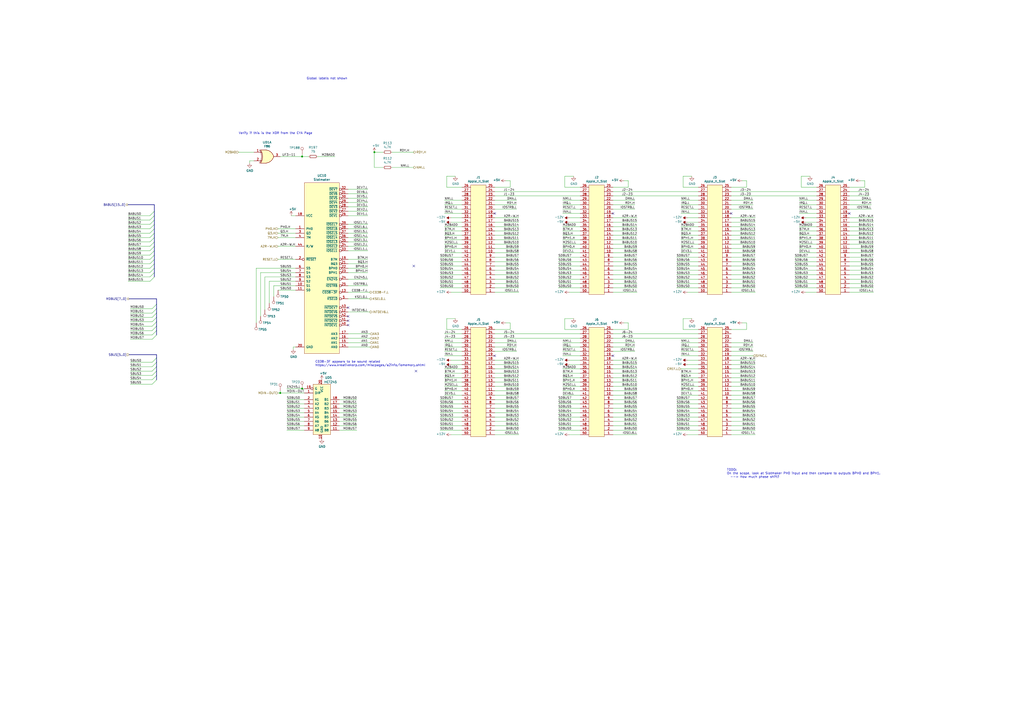
<source format=kicad_sch>
(kicad_sch (version 20211123) (generator eeschema)
  (paper "A2")
  (title_block (title "Slot and Slotmaker") (rev "2") (company "bald.ee/bitpreserve") (comment 1 "ROM3 / 1 Mb IIgs") (comment 2 "Redrawn by james@baldengineer"))
  (junction (at 162.56 227.965))
  (junction (at 217.17 88.265))
  (junction (at 175.26 225.425))
  (junction (at 175.26 90.805))
  (no_connect (at 492.76 123.825))
  (no_connect (at 201.93 186.055))
  (no_connect (at 355.6 123.825))
  (no_connect (at 287.02 123.825))
  (no_connect (at 201.93 178.435))
  (no_connect (at 355.6 206.375))
  (no_connect (at 241.3 215.265))
  (no_connect (at 201.93 183.515))
  (no_connect (at 240.03 154.305))
  (no_connect (at 201.93 188.595))
  (no_connect (at 287.02 206.375))
  (no_connect (at 424.18 123.825))
  (bus_entry (at 90.805 210.185) (size -2.54 2.54))
  (bus_entry (at 89.535 158.115) (size -2.54 2.54))
  (bus_entry (at 89.535 150.495) (size -2.54 2.54))
  (bus_entry (at 90.805 215.265) (size -2.54 2.54))
  (bus_entry (at 89.535 130.175) (size -2.54 2.54))
  (bus_entry (at 89.535 142.875) (size -2.54 2.54))
  (bus_entry (at 90.805 217.805) (size -2.54 2.54))
  (bus_entry (at 89.535 127.635) (size -2.54 2.54))
  (bus_entry (at 90.805 220.345) (size -2.54 2.54))
  (bus_entry (at 88.265 191.77) (size 2.54 -2.54))
  (bus_entry (at 88.265 179.07) (size 2.54 -2.54))
  (bus_entry (at 89.535 145.415) (size -2.54 2.54))
  (bus_entry (at 88.265 194.31) (size 2.54 -2.54))
  (bus_entry (at 88.265 181.61) (size 2.54 -2.54))
  (bus_entry (at 89.535 155.575) (size -2.54 2.54))
  (bus_entry (at 90.805 212.725) (size -2.54 2.54))
  (bus_entry (at 88.265 184.15) (size 2.54 -2.54))
  (bus_entry (at 89.535 135.255) (size -2.54 2.54))
  (bus_entry (at 89.535 160.655) (size -2.54 2.54))
  (bus_entry (at 89.535 137.795) (size -2.54 2.54))
  (bus_entry (at 89.535 132.715) (size -2.54 2.54))
  (bus_entry (at 89.535 153.035) (size -2.54 2.54))
  (bus_entry (at 89.535 122.555) (size -2.54 2.54))
  (bus_entry (at 88.265 196.85) (size 2.54 -2.54))
  (bus_entry (at 90.805 207.645) (size -2.54 2.54))
  (bus_entry (at 89.535 147.955) (size -2.54 2.54))
  (bus_entry (at 88.265 186.69) (size 2.54 -2.54))
  (bus_entry (at 89.535 125.095) (size -2.54 2.54))
  (bus_entry (at 89.535 140.335) (size -2.54 2.54))
  (bus_entry (at 88.265 189.23) (size 2.54 -2.54))
  (wire (pts (xy 369.57 133.985) (xy 355.6 133.985)))
  (wire (pts (xy 171.45 201.295) (xy 170.18 201.295)))
  (wire (pts (xy 201.93 140.335) (xy 213.36 140.335)))
  (wire (pts (xy 227.33 97.155) (xy 240.03 97.155)))
  (wire (pts (xy 261.62 169.545) (xy 267.97 169.545)))
  (wire (pts (xy 201.93 130.175) (xy 213.36 130.175)))
  (wire (pts (xy 394.97 121.285) (xy 405.13 121.285)))
  (wire (pts (xy 161.29 168.275) (xy 171.45 168.275)))
  (wire (pts (xy 392.43 231.775) (xy 405.13 231.775)))
  (wire (pts (xy 424.18 167.005) (xy 438.15 167.005)))
  (wire (pts (xy 323.85 149.225) (xy 336.55 149.225)))
  (wire (pts (xy 355.6 249.555) (xy 369.57 249.555)))
  (wire (pts (xy 396.24 108.585) (xy 396.24 102.235)))
  (wire (pts (xy 86.995 127.635) (xy 74.295 127.635)))
  (wire (pts (xy 392.43 149.225) (xy 405.13 149.225)))
  (wire (pts (xy 259.08 191.135) (xy 259.08 184.785)))
  (wire (pts (xy 201.93 180.975) (xy 214.63 180.975)))
  (wire (pts (xy 506.73 164.465) (xy 492.76 164.465)))
  (wire (pts (xy 287.02 118.745) (xy 299.72 118.745)))
  (wire (pts (xy 287.02 141.605) (xy 300.99 141.605)))
  (wire (pts (xy 201.93 114.935) (xy 213.36 114.935)))
  (wire (pts (xy 394.97 219.075) (xy 405.13 219.075)))
  (wire (pts (xy 300.99 216.535) (xy 287.02 216.535)))
  (wire (pts (xy 394.97 144.145) (xy 405.13 144.145)))
  (wire (pts (xy 392.43 156.845) (xy 405.13 156.845)))
  (wire (pts (xy 327.66 108.585) (xy 327.66 102.235)))
  (wire (pts (xy 336.55 211.455) (xy 330.2 211.455)))
  (wire (pts (xy 88.265 194.31) (xy 75.565 194.31)))
  (wire (pts (xy 355.6 234.315) (xy 369.57 234.315)))
  (wire (pts (xy 257.81 121.285) (xy 267.97 121.285)))
  (wire (pts (xy 326.39 121.285) (xy 336.55 121.285)))
  (wire (pts (xy 184.15 90.805) (xy 194.31 90.805)))
  (wire (pts (xy 201.93 145.415) (xy 213.36 145.415)))
  (wire (pts (xy 156.21 163.195) (xy 156.21 175.895)))
  (wire (pts (xy 267.97 128.905) (xy 261.62 128.905)))
  (wire (pts (xy 424.18 201.295) (xy 436.88 201.295)))
  (wire (pts (xy 88.265 179.07) (xy 75.565 179.07)))
  (wire (pts (xy 267.97 211.455) (xy 261.62 211.455)))
  (wire (pts (xy 300.99 236.855) (xy 287.02 236.855)))
  (wire (pts (xy 74.295 160.655) (xy 86.995 160.655)))
  (wire (pts (xy 161.29 137.795) (xy 171.45 137.795)))
  (wire (pts (xy 394.97 139.065) (xy 405.13 139.065)))
  (wire (pts (xy 394.97 146.685) (xy 405.13 146.685)))
  (wire (pts (xy 287.02 193.675) (xy 336.55 193.675)))
  (wire (pts (xy 326.39 226.695) (xy 336.55 226.695)))
  (wire (pts (xy 323.85 239.395) (xy 336.55 239.395)))
  (wire (pts (xy 396.24 102.235) (xy 401.32 102.235)))
  (wire (pts (xy 196.85 247.015) (xy 207.01 247.015)))
  (wire (pts (xy 326.39 139.065) (xy 336.55 139.065)))
  (wire (pts (xy 424.18 219.075) (xy 438.15 219.075)))
  (wire (pts (xy 201.93 142.875) (xy 213.36 142.875)))
  (wire (pts (xy 257.81 123.825) (xy 267.97 123.825)))
  (wire (pts (xy 171.45 125.095) (xy 168.91 125.095)))
  (wire (pts (xy 355.6 201.295) (xy 368.3 201.295)))
  (wire (pts (xy 369.57 139.065) (xy 355.6 139.065)))
  (bus (pts (xy 90.805 176.53) (xy 90.805 179.07)))
  (wire (pts (xy 259.08 184.785) (xy 264.16 184.785)))
  (wire (pts (xy 267.97 126.365) (xy 261.62 126.365)))
  (wire (pts (xy 433.07 187.325) (xy 430.53 187.325)))
  (wire (pts (xy 464.82 108.585) (xy 464.82 102.235)))
  (wire (pts (xy 355.6 116.205) (xy 368.3 116.205)))
  (wire (pts (xy 201.93 169.545) (xy 214.63 169.545)))
  (wire (pts (xy 424.18 229.235) (xy 438.15 229.235)))
  (wire (pts (xy 300.99 221.615) (xy 287.02 221.615)))
  (wire (pts (xy 424.18 151.765) (xy 438.15 151.765)))
  (wire (pts (xy 217.17 88.265) (xy 222.25 88.265)))
  (wire (pts (xy 287.02 213.995) (xy 300.99 213.995)))
  (wire (pts (xy 201.93 161.925) (xy 213.36 161.925)))
  (wire (pts (xy 463.55 131.445) (xy 473.71 131.445)))
  (wire (pts (xy 88.265 186.69) (xy 75.565 186.69)))
  (wire (pts (xy 326.39 203.835) (xy 336.55 203.835)))
  (wire (pts (xy 201.93 193.675) (xy 214.63 193.675)))
  (wire (pts (xy 323.85 236.855) (xy 336.55 236.855)))
  (wire (pts (xy 392.43 247.015) (xy 405.13 247.015)))
  (wire (pts (xy 326.39 123.825) (xy 336.55 123.825)))
  (wire (pts (xy 326.39 198.755) (xy 336.55 198.755)))
  (wire (pts (xy 255.27 159.385) (xy 267.97 159.385)))
  (wire (pts (xy 257.81 146.685) (xy 267.97 146.685)))
  (wire (pts (xy 176.53 225.425) (xy 175.26 225.425)))
  (wire (pts (xy 438.15 211.455) (xy 424.18 211.455)))
  (wire (pts (xy 196.85 231.775) (xy 207.01 231.775)))
  (wire (pts (xy 287.02 252.095) (xy 300.99 252.095)))
  (wire (pts (xy 261.62 252.095) (xy 267.97 252.095)))
  (wire (pts (xy 392.43 249.555) (xy 405.13 249.555)))
  (wire (pts (xy 369.57 154.305) (xy 355.6 154.305)))
  (wire (pts (xy 369.57 226.695) (xy 355.6 226.695)))
  (wire (pts (xy 287.02 151.765) (xy 300.99 151.765)))
  (wire (pts (xy 355.6 136.525) (xy 369.57 136.525)))
  (wire (pts (xy 396.24 108.585) (xy 405.13 108.585)))
  (wire (pts (xy 394.97 229.235) (xy 405.13 229.235)))
  (wire (pts (xy 355.6 208.915) (xy 369.57 208.915)))
  (wire (pts (xy 463.55 116.205) (xy 473.71 116.205)))
  (wire (pts (xy 492.76 131.445) (xy 506.73 131.445)))
  (wire (pts (xy 369.57 149.225) (xy 355.6 149.225)))
  (wire (pts (xy 501.65 108.585) (xy 501.65 104.775)))
  (wire (pts (xy 257.81 226.695) (xy 267.97 226.695)))
  (wire (pts (xy 287.02 219.075) (xy 300.99 219.075)))
  (wire (pts (xy 175.26 90.805) (xy 179.07 90.805)))
  (wire (pts (xy 394.97 226.695) (xy 405.13 226.695)))
  (wire (pts (xy 355.6 191.135) (xy 364.49 191.135)))
  (wire (pts (xy 355.6 193.675) (xy 405.13 193.675)))
  (wire (pts (xy 355.6 219.075) (xy 369.57 219.075)))
  (wire (pts (xy 438.15 231.775) (xy 424.18 231.775)))
  (wire (pts (xy 461.01 149.225) (xy 473.71 149.225)))
  (wire (pts (xy 287.02 249.555) (xy 300.99 249.555)))
  (wire (pts (xy 394.97 216.535) (xy 405.13 216.535)))
  (wire (pts (xy 394.97 224.155) (xy 405.13 224.155)))
  (wire (pts (xy 392.43 167.005) (xy 405.13 167.005)))
  (wire (pts (xy 438.15 216.535) (xy 424.18 216.535)))
  (wire (pts (xy 287.02 111.125) (xy 336.55 111.125)))
  (wire (pts (xy 424.18 141.605) (xy 438.15 141.605)))
  (wire (pts (xy 86.995 145.415) (xy 74.295 145.415)))
  (wire (pts (xy 355.6 203.835) (xy 368.3 203.835)))
  (wire (pts (xy 424.18 121.285) (xy 436.88 121.285)))
  (wire (pts (xy 176.53 234.315) (xy 166.37 234.315)))
  (wire (pts (xy 396.24 184.785) (xy 401.32 184.785)))
  (wire (pts (xy 300.99 149.225) (xy 287.02 149.225)))
  (wire (pts (xy 255.27 239.395) (xy 267.97 239.395)))
  (wire (pts (xy 201.93 112.395) (xy 213.36 112.395)))
  (wire (pts (xy 259.08 108.585) (xy 267.97 108.585)))
  (wire (pts (xy 257.81 206.375) (xy 267.97 206.375)))
  (wire (pts (xy 153.67 160.655) (xy 153.67 179.705)))
  (wire (pts (xy 424.18 224.155) (xy 438.15 224.155)))
  (wire (pts (xy 255.27 151.765) (xy 267.97 151.765)))
  (wire (pts (xy 257.81 198.755) (xy 267.97 198.755)))
  (wire (pts (xy 287.02 229.235) (xy 300.99 229.235)))
  (wire (pts (xy 506.73 144.145) (xy 492.76 144.145)))
  (wire (pts (xy 176.53 231.775) (xy 166.37 231.775)))
  (wire (pts (xy 424.18 146.685) (xy 438.15 146.685)))
  (wire (pts (xy 287.02 224.155) (xy 300.99 224.155)))
  (wire (pts (xy 438.15 149.225) (xy 424.18 149.225)))
  (wire (pts (xy 201.93 150.495) (xy 213.36 150.495)))
  (wire (pts (xy 355.6 213.995) (xy 369.57 213.995)))
  (wire (pts (xy 355.6 156.845) (xy 369.57 156.845)))
  (wire (pts (xy 506.73 133.985) (xy 492.76 133.985)))
  (wire (pts (xy 326.39 216.535) (xy 336.55 216.535)))
  (wire (pts (xy 492.76 167.005) (xy 506.73 167.005)))
  (wire (pts (xy 196.85 244.475) (xy 207.01 244.475)))
  (wire (pts (xy 424.18 252.095) (xy 438.15 252.095)))
  (bus (pts (xy 90.805 189.23) (xy 90.805 191.77)))
  (wire (pts (xy 461.01 167.005) (xy 473.71 167.005)))
  (wire (pts (xy 201.93 135.255) (xy 213.36 135.255)))
  (bus (pts (xy 90.805 173.355) (xy 90.805 176.53)))
  (wire (pts (xy 438.15 144.145) (xy 424.18 144.145)))
  (bus (pts (xy 90.805 179.07) (xy 90.805 181.61)))
  (wire (pts (xy 257.81 229.235) (xy 267.97 229.235)))
  (wire (pts (xy 74.295 142.875) (xy 86.995 142.875)))
  (wire (pts (xy 464.82 102.235) (xy 469.9 102.235)))
  (bus (pts (xy 89.535 145.415) (xy 89.535 142.875)))
  (wire (pts (xy 86.995 132.715) (xy 74.295 132.715)))
  (wire (pts (xy 88.265 196.85) (xy 75.565 196.85)))
  (wire (pts (xy 295.91 187.325) (xy 293.37 187.325)))
  (wire (pts (xy 424.18 198.755) (xy 436.88 198.755)))
  (wire (pts (xy 336.55 126.365) (xy 330.2 126.365)))
  (wire (pts (xy 424.18 208.915) (xy 438.15 208.915)))
  (wire (pts (xy 201.93 155.575) (xy 213.36 155.575)))
  (wire (pts (xy 463.55 141.605) (xy 473.71 141.605)))
  (wire (pts (xy 492.76 126.365) (xy 506.73 126.365)))
  (wire (pts (xy 257.81 118.745) (xy 267.97 118.745)))
  (wire (pts (xy 295.91 191.135) (xy 295.91 187.325)))
  (wire (pts (xy 323.85 156.845) (xy 336.55 156.845)))
  (wire (pts (xy 326.39 221.615) (xy 336.55 221.615)))
  (bus (pts (xy 90.805 173.355) (xy 74.93 173.355)))
  (wire (pts (xy 162.56 227.965) (xy 176.53 227.965)))
  (wire (pts (xy 287.02 208.915) (xy 300.99 208.915)))
  (wire (pts (xy 147.32 93.345) (xy 144.78 93.345)))
  (wire (pts (xy 405.13 208.915) (xy 398.78 208.915)))
  (wire (pts (xy 369.57 128.905) (xy 355.6 128.905)))
  (bus (pts (xy 89.535 122.555) (xy 89.535 118.745)))
  (wire (pts (xy 144.78 93.345) (xy 144.78 94.615)))
  (wire (pts (xy 257.81 193.675) (xy 267.97 193.675)))
  (wire (pts (xy 394.97 206.375) (xy 405.13 206.375)))
  (wire (pts (xy 369.57 236.855) (xy 355.6 236.855)))
  (wire (pts (xy 201.93 173.355) (xy 214.63 173.355)))
  (wire (pts (xy 156.21 163.195) (xy 171.45 163.195)))
  (wire (pts (xy 394.97 131.445) (xy 405.13 131.445)))
  (wire (pts (xy 255.27 249.555) (xy 267.97 249.555)))
  (wire (pts (xy 327.66 108.585) (xy 336.55 108.585)))
  (wire (pts (xy 492.76 156.845) (xy 506.73 156.845)))
  (wire (pts (xy 259.08 191.135) (xy 267.97 191.135)))
  (wire (pts (xy 287.02 116.205) (xy 299.72 116.205)))
  (wire (pts (xy 394.97 201.295) (xy 405.13 201.295)))
  (wire (pts (xy 506.73 139.065) (xy 492.76 139.065)))
  (wire (pts (xy 396.24 191.135) (xy 405.13 191.135)))
  (wire (pts (xy 86.995 153.035) (xy 74.295 153.035)))
  (wire (pts (xy 86.995 125.095) (xy 74.295 125.095)))
  (wire (pts (xy 438.15 164.465) (xy 424.18 164.465)))
  (wire (pts (xy 336.55 208.915) (xy 330.2 208.915)))
  (wire (pts (xy 394.97 133.985) (xy 405.13 133.985)))
  (bus (pts (xy 90.805 181.61) (xy 90.805 184.15)))
  (bus (pts (xy 90.805 215.265) (xy 90.805 212.725)))
  (wire (pts (xy 461.01 151.765) (xy 473.71 151.765)))
  (wire (pts (xy 398.78 252.095) (xy 405.13 252.095)))
  (wire (pts (xy 355.6 118.745) (xy 368.3 118.745)))
  (wire (pts (xy 438.15 154.305) (xy 424.18 154.305)))
  (wire (pts (xy 300.99 128.905) (xy 287.02 128.905)))
  (wire (pts (xy 267.97 208.915) (xy 261.62 208.915)))
  (wire (pts (xy 327.66 191.135) (xy 336.55 191.135)))
  (wire (pts (xy 461.01 164.465) (xy 473.71 164.465)))
  (wire (pts (xy 355.6 146.685) (xy 369.57 146.685)))
  (wire (pts (xy 369.57 216.535) (xy 355.6 216.535)))
  (wire (pts (xy 492.76 118.745) (xy 505.46 118.745)))
  (wire (pts (xy 175.26 225.425) (xy 166.37 225.425)))
  (wire (pts (xy 86.995 158.115) (xy 74.295 158.115)))
  (wire (pts (xy 492.76 136.525) (xy 506.73 136.525)))
  (wire (pts (xy 424.18 136.525) (xy 438.15 136.525)))
  (wire (pts (xy 424.18 244.475) (xy 438.15 244.475)))
  (wire (pts (xy 323.85 231.775) (xy 336.55 231.775)))
  (wire (pts (xy 492.76 169.545) (xy 506.73 169.545)))
  (wire (pts (xy 259.08 102.235) (xy 264.16 102.235)))
  (wire (pts (xy 86.995 137.795) (xy 74.295 137.795)))
  (wire (pts (xy 501.65 104.775) (xy 499.11 104.775)))
  (wire (pts (xy 300.99 226.695) (xy 287.02 226.695)))
  (wire (pts (xy 355.6 113.665) (xy 405.13 113.665)))
  (wire (pts (xy 424.18 234.315) (xy 438.15 234.315)))
  (wire (pts (xy 287.02 244.475) (xy 300.99 244.475)))
  (wire (pts (xy 438.15 159.385) (xy 424.18 159.385)))
  (bus (pts (xy 89.535 150.495) (xy 89.535 147.955)))
  (wire (pts (xy 287.02 146.685) (xy 300.99 146.685)))
  (wire (pts (xy 330.2 169.545) (xy 336.55 169.545)))
  (wire (pts (xy 201.93 196.215) (xy 214.63 196.215)))
  (wire (pts (xy 257.81 224.155) (xy 267.97 224.155)))
  (wire (pts (xy 201.93 137.795) (xy 213.36 137.795)))
  (wire (pts (xy 257.81 144.145) (xy 267.97 144.145)))
  (wire (pts (xy 327.66 184.785) (xy 332.74 184.785)))
  (wire (pts (xy 255.27 156.845) (xy 267.97 156.845)))
  (wire (pts (xy 201.93 158.115) (xy 213.36 158.115)))
  (wire (pts (xy 369.57 241.935) (xy 355.6 241.935)))
  (wire (pts (xy 492.76 116.205) (xy 505.46 116.205)))
  (bus (pts (xy 89.535 153.035) (xy 89.535 150.495)))
  (wire (pts (xy 464.82 108.585) (xy 473.71 108.585)))
  (wire (pts (xy 255.27 236.855) (xy 267.97 236.855)))
  (wire (pts (xy 326.39 116.205) (xy 336.55 116.205)))
  (wire (pts (xy 153.67 160.655) (xy 171.45 160.655)))
  (wire (pts (xy 74.295 155.575) (xy 86.995 155.575)))
  (wire (pts (xy 176.53 244.475) (xy 166.37 244.475)))
  (wire (pts (xy 392.43 236.855) (xy 405.13 236.855)))
  (wire (pts (xy 176.53 249.555) (xy 166.37 249.555)))
  (wire (pts (xy 227.33 88.265) (xy 240.03 88.265)))
  (wire (pts (xy 287.02 126.365) (xy 300.99 126.365)))
  (wire (pts (xy 405.13 211.455) (xy 398.78 211.455)))
  (wire (pts (xy 392.43 244.475) (xy 405.13 244.475)))
  (wire (pts (xy 326.39 224.155) (xy 336.55 224.155)))
  (wire (pts (xy 300.99 159.385) (xy 287.02 159.385)))
  (bus (pts (xy 89.535 125.095) (xy 89.535 122.555)))
  (wire (pts (xy 300.99 133.985) (xy 287.02 133.985)))
  (wire (pts (xy 355.6 121.285) (xy 368.3 121.285)))
  (bus (pts (xy 89.535 118.745) (xy 74.295 118.745)))
  (wire (pts (xy 323.85 241.935) (xy 336.55 241.935)))
  (wire (pts (xy 461.01 154.305) (xy 473.71 154.305)))
  (wire (pts (xy 88.265 220.345) (xy 75.565 220.345)))
  (bus (pts (xy 89.535 158.115) (xy 89.535 155.575)))
  (wire (pts (xy 201.93 117.475) (xy 213.36 117.475)))
  (wire (pts (xy 88.265 212.725) (xy 75.565 212.725)))
  (wire (pts (xy 88.265 210.185) (xy 75.565 210.185)))
  (wire (pts (xy 463.55 133.985) (xy 473.71 133.985)))
  (wire (pts (xy 161.29 227.965) (xy 162.56 227.965)))
  (wire (pts (xy 355.6 151.765) (xy 369.57 151.765)))
  (wire (pts (xy 506.73 154.305) (xy 492.76 154.305)))
  (wire (pts (xy 327.66 102.235) (xy 332.74 102.235)))
  (wire (pts (xy 506.73 149.225) (xy 492.76 149.225)))
  (wire (pts (xy 287.02 108.585) (xy 295.91 108.585)))
  (wire (pts (xy 257.81 133.985) (xy 267.97 133.985)))
  (wire (pts (xy 438.15 241.935) (xy 424.18 241.935)))
  (wire (pts (xy 424.18 203.835) (xy 436.88 203.835)))
  (wire (pts (xy 424.18 213.995) (xy 438.15 213.995)))
  (wire (pts (xy 201.93 109.855) (xy 213.36 109.855)))
  (wire (pts (xy 438.15 236.855) (xy 424.18 236.855)))
  (wire (pts (xy 369.57 221.615) (xy 355.6 221.615)))
  (wire (pts (xy 148.59 155.575) (xy 171.45 155.575)))
  (wire (pts (xy 424.18 206.375) (xy 436.88 206.375)))
  (wire (pts (xy 196.85 236.855) (xy 207.01 236.855)))
  (wire (pts (xy 255.27 164.465) (xy 267.97 164.465)))
  (wire (pts (xy 201.93 122.555) (xy 213.36 122.555)))
  (wire (pts (xy 438.15 133.985) (xy 424.18 133.985)))
  (wire (pts (xy 369.57 211.455) (xy 355.6 211.455)))
  (wire (pts (xy 287.02 121.285) (xy 299.72 121.285)))
  (wire (pts (xy 74.295 163.195) (xy 86.995 163.195)))
  (wire (pts (xy 86.995 150.495) (xy 74.295 150.495)))
  (wire (pts (xy 355.6 239.395) (xy 369.57 239.395)))
  (wire (pts (xy 287.02 234.315) (xy 300.99 234.315)))
  (wire (pts (xy 405.13 128.905) (xy 398.78 128.905)))
  (wire (pts (xy 492.76 151.765) (xy 506.73 151.765)))
  (wire (pts (xy 392.43 164.465) (xy 405.13 164.465)))
  (wire (pts (xy 424.18 239.395) (xy 438.15 239.395)))
  (wire (pts (xy 355.6 131.445) (xy 369.57 131.445)))
  (wire (pts (xy 326.39 213.995) (xy 336.55 213.995)))
  (wire (pts (xy 176.53 239.395) (xy 166.37 239.395)))
  (wire (pts (xy 392.43 154.305) (xy 405.13 154.305)))
  (wire (pts (xy 201.93 201.295) (xy 214.63 201.295)))
  (wire (pts (xy 88.265 184.15) (xy 75.565 184.15)))
  (wire (pts (xy 473.71 128.905) (xy 467.36 128.905)))
  (wire (pts (xy 433.07 108.585) (xy 433.07 104.775)))
  (wire (pts (xy 355.6 167.005) (xy 369.57 167.005)))
  (wire (pts (xy 88.265 215.265) (xy 75.565 215.265)))
  (wire (pts (xy 463.55 136.525) (xy 473.71 136.525)))
  (wire (pts (xy 326.39 219.075) (xy 336.55 219.075)))
  (wire (pts (xy 255.27 234.315) (xy 267.97 234.315)))
  (wire (pts (xy 394.97 198.755) (xy 405.13 198.755)))
  (wire (pts (xy 473.71 126.365) (xy 467.36 126.365)))
  (wire (pts (xy 158.75 165.735) (xy 158.75 172.085)))
  (wire (pts (xy 147.32 88.265) (xy 138.43 88.265)))
  (wire (pts (xy 355.6 161.925) (xy 369.57 161.925)))
  (wire (pts (xy 323.85 154.305) (xy 336.55 154.305)))
  (wire (pts (xy 424.18 156.845) (xy 438.15 156.845)))
  (wire (pts (xy 492.76 113.665) (xy 504.19 113.665)))
  (wire (pts (xy 424.18 108.585) (xy 433.07 108.585)))
  (wire (pts (xy 201.93 125.095) (xy 213.36 125.095)))
  (wire (pts (xy 364.49 108.585) (xy 364.49 104.775)))
  (wire (pts (xy 255.27 161.925) (xy 267.97 161.925)))
  (wire (pts (xy 461.01 156.845) (xy 473.71 156.845)))
  (wire (pts (xy 492.76 146.685) (xy 506.73 146.685)))
  (wire (pts (xy 217.17 97.155) (xy 217.17 88.265)))
  (wire (pts (xy 394.97 213.995) (xy 405.13 213.995)))
  (wire (pts (xy 424.18 191.135) (xy 433.07 191.135)))
  (wire (pts (xy 364.49 191.135) (xy 364.49 187.325)))
  (wire (pts (xy 162.56 227.965) (xy 162.56 226.695)))
  (wire (pts (xy 287.02 201.295) (xy 299.72 201.295)))
  (wire (pts (xy 257.81 221.615) (xy 267.97 221.615)))
  (wire (pts (xy 323.85 161.925) (xy 336.55 161.925)))
  (wire (pts (xy 295.91 104.775) (xy 293.37 104.775)))
  (wire (pts (xy 287.02 239.395) (xy 300.99 239.395)))
  (wire (pts (xy 492.76 161.925) (xy 506.73 161.925)))
  (wire (pts (xy 492.76 108.585) (xy 501.65 108.585)))
  (wire (pts (xy 369.57 231.775) (xy 355.6 231.775)))
  (wire (pts (xy 255.27 167.005) (xy 267.97 167.005)))
  (wire (pts (xy 392.43 239.395) (xy 405.13 239.395)))
  (bus (pts (xy 90.805 205.74) (xy 74.93 205.74)))
  (wire (pts (xy 433.07 191.135) (xy 433.07 187.325)))
  (wire (pts (xy 323.85 234.315) (xy 336.55 234.315)))
  (wire (pts (xy 257.81 213.995) (xy 267.97 213.995)))
  (wire (pts (xy 506.73 159.385) (xy 492.76 159.385)))
  (wire (pts (xy 323.85 167.005) (xy 336.55 167.005)))
  (wire (pts (xy 355.6 252.095) (xy 369.57 252.095)))
  (wire (pts (xy 257.81 136.525) (xy 267.97 136.525)))
  (wire (pts (xy 74.295 147.955) (xy 86.995 147.955)))
  (wire (pts (xy 326.39 141.605) (xy 336.55 141.605)))
  (wire (pts (xy 355.6 126.365) (xy 369.57 126.365)))
  (wire (pts (xy 392.43 161.925) (xy 405.13 161.925)))
  (wire (pts (xy 88.265 191.77) (xy 75.565 191.77)))
  (wire (pts (xy 369.57 247.015) (xy 355.6 247.015)))
  (wire (pts (xy 392.43 241.935) (xy 405.13 241.935)))
  (bus (pts (xy 90.805 184.15) (xy 90.805 186.69)))
  (wire (pts (xy 257.81 116.205) (xy 267.97 116.205)))
  (wire (pts (xy 300.99 231.775) (xy 287.02 231.775)))
  (bus (pts (xy 90.805 210.185) (xy 90.805 207.645)))
  (wire (pts (xy 255.27 154.305) (xy 267.97 154.305)))
  (wire (pts (xy 161.29 135.255) (xy 171.45 135.255)))
  (wire (pts (xy 295.91 108.585) (xy 295.91 104.775)))
  (bus (pts (xy 90.805 191.77) (xy 90.805 194.31)))
  (wire (pts (xy 201.93 132.715) (xy 213.36 132.715)))
  (wire (pts (xy 355.6 169.545) (xy 369.57 169.545)))
  (wire (pts (xy 158.75 165.735) (xy 171.45 165.735)))
  (wire (pts (xy 394.97 221.615) (xy 405.13 221.615)))
  (bus (pts (xy 90.805 186.69) (xy 90.805 189.23)))
  (wire (pts (xy 300.99 247.015) (xy 287.02 247.015)))
  (wire (pts (xy 287.02 196.215) (xy 336.55 196.215)))
  (wire (pts (xy 161.29 142.875) (xy 171.45 142.875)))
  (wire (pts (xy 355.6 111.125) (xy 405.13 111.125)))
  (wire (pts (xy 438.15 221.615) (xy 424.18 221.615)))
  (bus (pts (xy 90.805 220.345) (xy 90.805 217.805)))
  (wire (pts (xy 326.39 118.745) (xy 336.55 118.745)))
  (wire (pts (xy 161.29 150.495) (xy 171.45 150.495)))
  (wire (pts (xy 300.99 241.935) (xy 287.02 241.935)))
  (wire (pts (xy 392.43 159.385) (xy 405.13 159.385)))
  (wire (pts (xy 323.85 249.555) (xy 336.55 249.555)))
  (wire (pts (xy 300.99 144.145) (xy 287.02 144.145)))
  (wire (pts (xy 287.02 198.755) (xy 299.72 198.755)))
  (wire (pts (xy 326.39 146.685) (xy 336.55 146.685)))
  (wire (pts (xy 467.36 169.545) (xy 473.71 169.545)))
  (wire (pts (xy 463.55 118.745) (xy 473.71 118.745)))
  (wire (pts (xy 355.6 196.215) (xy 405.13 196.215)))
  (bus (pts (xy 89.535 160.655) (xy 89.535 158.115)))
  (wire (pts (xy 287.02 169.545) (xy 300.99 169.545)))
  (wire (pts (xy 394.97 136.525) (xy 405.13 136.525)))
  (wire (pts (xy 326.39 133.985) (xy 336.55 133.985)))
  (wire (pts (xy 196.85 234.315) (xy 207.01 234.315)))
  (wire (pts (xy 217.17 97.155) (xy 222.25 97.155)))
  (wire (pts (xy 492.76 141.605) (xy 506.73 141.605)))
  (wire (pts (xy 355.6 141.605) (xy 369.57 141.605)))
  (wire (pts (xy 326.39 206.375) (xy 336.55 206.375)))
  (wire (pts (xy 394.97 141.605) (xy 405.13 141.605)))
  (wire (pts (xy 175.26 90.805) (xy 175.26 89.535)))
  (wire (pts (xy 255.27 244.475) (xy 267.97 244.475)))
  (wire (pts (xy 461.01 159.385) (xy 473.71 159.385)))
  (wire (pts (xy 463.55 144.145) (xy 473.71 144.145)))
  (wire (pts (xy 355.6 229.235) (xy 369.57 229.235)))
  (wire (pts (xy 201.93 120.015) (xy 213.36 120.015)))
  (wire (pts (xy 424.18 249.555) (xy 438.15 249.555)))
  (wire (pts (xy 300.99 154.305) (xy 287.02 154.305)))
  (wire (pts (xy 201.93 153.035) (xy 213.36 153.035)))
  (wire (pts (xy 369.57 159.385) (xy 355.6 159.385)))
  (wire (pts (xy 287.02 156.845) (xy 300.99 156.845)))
  (wire (pts (xy 369.57 144.145) (xy 355.6 144.145)))
  (bus (pts (xy 90.805 207.645) (xy 90.805 205.74)))
  (wire (pts (xy 424.18 126.365) (xy 438.15 126.365)))
  (wire (pts (xy 257.81 201.295) (xy 267.97 201.295)))
  (wire (pts (xy 424.18 169.545) (xy 438.15 169.545)))
  (wire (pts (xy 492.76 111.125) (xy 504.19 111.125)))
  (wire (pts (xy 176.53 236.855) (xy 166.37 236.855)))
  (wire (pts (xy 196.85 249.555) (xy 207.01 249.555)))
  (wire (pts (xy 326.39 144.145) (xy 336.55 144.145)))
  (wire (pts (xy 396.24 191.135) (xy 396.24 184.785)))
  (wire (pts (xy 287.02 136.525) (xy 300.99 136.525)))
  (wire (pts (xy 355.6 244.475) (xy 369.57 244.475)))
  (wire (pts (xy 257.81 203.835) (xy 267.97 203.835)))
  (wire (pts (xy 257.81 216.535) (xy 267.97 216.535)))
  (wire (pts (xy 255.27 241.935) (xy 267.97 241.935)))
  (wire (pts (xy 151.13 158.115) (xy 171.45 158.115)))
  (wire (pts (xy 176.53 247.015) (xy 166.37 247.015)))
  (wire (pts (xy 424.18 116.205) (xy 436.88 116.205)))
  (bus (pts (xy 89.535 140.335) (xy 89.535 137.795)))
  (wire (pts (xy 287.02 161.925) (xy 300.99 161.925)))
  (wire (pts (xy 330.2 252.095) (xy 336.55 252.095)))
  (wire (pts (xy 300.99 164.465) (xy 287.02 164.465)))
  (wire (pts (xy 394.97 203.835) (xy 405.13 203.835)))
  (wire (pts (xy 327.66 191.135) (xy 327.66 184.785)))
  (wire (pts (xy 323.85 159.385) (xy 336.55 159.385)))
  (bus (pts (xy 89.535 137.795) (xy 89.535 135.255)))
  (wire (pts (xy 438.15 247.015) (xy 424.18 247.015)))
  (wire (pts (xy 88.265 189.23) (xy 75.565 189.23)))
  (wire (pts (xy 326.39 131.445) (xy 336.55 131.445)))
  (wire (pts (xy 433.07 104.775) (xy 430.53 104.775)))
  (wire (pts (xy 392.43 234.315) (xy 405.13 234.315)))
  (wire (pts (xy 88.265 222.885) (xy 75.565 222.885)))
  (wire (pts (xy 424.18 161.925) (xy 438.15 161.925)))
  (wire (pts (xy 162.56 90.805) (xy 175.26 90.805)))
  (wire (pts (xy 257.81 141.605) (xy 267.97 141.605)))
  (wire (pts (xy 161.29 132.715) (xy 171.45 132.715)))
  (wire (pts (xy 424.18 118.745) (xy 436.88 118.745)))
  (bus (pts (xy 89.535 132.715) (xy 89.535 130.175)))
  (wire (pts (xy 364.49 104.775) (xy 361.95 104.775)))
  (wire (pts (xy 461.01 161.925) (xy 473.71 161.925)))
  (bus (pts (xy 90.805 217.805) (xy 90.805 215.265)))
  (wire (pts (xy 424.18 113.665) (xy 473.71 113.665)))
  (wire (pts (xy 323.85 164.465) (xy 336.55 164.465)))
  (wire (pts (xy 259.08 108.585) (xy 259.08 102.235)))
  (wire (pts (xy 257.81 196.215) (xy 267.97 196.215)))
  (wire (pts (xy 88.265 181.61) (xy 75.565 181.61)))
  (wire (pts (xy 201.93 198.755) (xy 214.63 198.755)))
  (wire (pts (xy 492.76 121.285) (xy 505.46 121.285)))
  (wire (pts (xy 438.15 139.065) (xy 424.18 139.065)))
  (wire (pts (xy 74.295 130.175) (xy 86.995 130.175)))
  (wire (pts (xy 424.18 131.445) (xy 438.15 131.445)))
  (bus (pts (xy 89.535 142.875) (xy 89.535 140.335)))
  (wire (pts (xy 463.55 139.065) (xy 473.71 139.065)))
  (wire (pts (xy 257.81 219.075) (xy 267.97 219.075)))
  (wire (pts (xy 74.295 135.255) (xy 86.995 135.255)))
  (wire (pts (xy 323.85 151.765) (xy 336.55 151.765)))
  (bus (pts (xy 89.535 130.175) (xy 89.535 127.635)))
  (wire (pts (xy 506.73 128.905) (xy 492.76 128.905)))
  (wire (pts (xy 323.85 247.015) (xy 336.55 247.015)))
  (wire (pts (xy 287.02 167.005) (xy 300.99 167.005)))
  (wire (pts (xy 398.78 169.545) (xy 405.13 169.545)))
  (wire (pts (xy 257.81 131.445) (xy 267.97 131.445)))
  (wire (pts (xy 257.81 139.065) (xy 267.97 139.065)))
  (wire (pts (xy 300.99 211.455) (xy 287.02 211.455)))
  (wire (pts (xy 369.57 164.465) (xy 355.6 164.465)))
  (wire (pts (xy 438.15 226.695) (xy 424.18 226.695)))
  (wire (pts (xy 326.39 229.235) (xy 336.55 229.235)))
  (wire (pts (xy 148.59 155.575) (xy 148.59 187.325)))
  (wire (pts (xy 287.02 191.135) (xy 295.91 191.135)))
  (bus (pts (xy 89.535 155.575) (xy 89.535 153.035)))
  (wire (pts (xy 323.85 244.475) (xy 336.55 244.475)))
  (wire (pts (xy 196.85 239.395) (xy 207.01 239.395)))
  (wire (pts (xy 176.53 241.935) (xy 166.37 241.935)))
  (wire (pts (xy 405.13 126.365) (xy 398.78 126.365)))
  (wire (pts (xy 170.18 201.295) (xy 170.18 202.565)))
  (wire (pts (xy 151.13 158.115) (xy 151.13 183.515)))
  (bus (pts (xy 89.535 127.635) (xy 89.535 125.095)))
  (wire (pts (xy 287.02 203.835) (xy 299.72 203.835)))
  (wire (pts (xy 463.55 123.825) (xy 473.71 123.825)))
  (wire (pts (xy 326.39 136.525) (xy 336.55 136.525)))
  (wire (pts (xy 394.97 123.825) (xy 405.13 123.825)))
  (bus (pts (xy 89.535 135.255) (xy 89.535 132.715)))
  (wire (pts (xy 255.27 149.225) (xy 267.97 149.225)))
  (wire (pts (xy 355.6 224.155) (xy 369.57 224.155)))
  (wire (pts (xy 287.02 113.665) (xy 336.55 113.665)))
  (bus (pts (xy 90.805 212.725) (xy 90.805 210.185)))
  (wire (pts (xy 255.27 231.775) (xy 267.97 231.775)))
  (wire (pts (xy 438.15 128.905) (xy 424.18 128.905)))
  (wire (pts (xy 355.6 108.585) (xy 364.49 108.585)))
  (wire (pts (xy 287.02 131.445) (xy 300.99 131.445)))
  (wire (pts (xy 355.6 198.755) (xy 368.3 198.755)))
  (wire (pts (xy 463.55 146.685) (xy 473.71 146.685)))
  (wire (pts (xy 463.55 121.285) (xy 473.71 121.285)))
  (wire (pts (xy 394.97 116.205) (xy 405.13 116.205)))
  (wire (pts (xy 300.99 139.065) (xy 287.02 139.065)))
  (wire (pts (xy 364.49 187.325) (xy 361.95 187.325)))
  (wire (pts (xy 201.93 165.735) (xy 213.36 165.735)))
  (wire (pts (xy 255.27 247.015) (xy 267.97 247.015)))
  (wire (pts (xy 336.55 128.905) (xy 330.2 128.905)))
  (wire (pts (xy 394.97 118.745) (xy 405.13 118.745)))
  (wire (pts (xy 326.39 201.295) (xy 336.55 201.295)))
  (wire (pts (xy 196.85 241.935) (xy 207.01 241.935)))
  (wire (pts (xy 86.995 140.335) (xy 74.295 140.335)))
  (wire (pts (xy 392.43 151.765) (xy 405.13 151.765)))
  (bus (pts (xy 89.535 147.955) (xy 89.535 145.415)))
  (wire (pts (xy 424.18 111.125) (xy 473.71 111.125)))
  (wire (pts (xy 88.265 217.805) (xy 75.565 217.805)))
  (text "C038-3F appears to be sound related\nhttps://www.kreativekorp.com/miscpages/a2info/iomemory.shtml" (at 182.88 212.725 0) (effects (font (size 1.27 1.27)) (justify left bottom)))
  (text "Global labels not shown" (at 177.8 46.355 0) (effects (font (size 1.27 1.27)) (justify left bottom)))
  (text "TODO:\nOn the scope, look at Slotmaker PH0 input and then compare to outputs BPH0 and BPH1.\n  --> How much phase shift?" (at 421.64 277.495 0) (effects (font (size 1.27 1.27)) (justify left bottom)))
  (text "Verify if this is the XOR from the CYA Page" (at 138.43 78.105 0) (effects (font (size 1.27 1.27)) (justify left bottom)))
  (label "SDBUS6" (at 323.85 151.765 0))
  (label "NMI.L" (at 394.97 116.205 0))
  (label "MDBUS6" (at 75.565 194.31 0))
  (label "BABUS11" (at 438.15 139.065 180))
  (label "BABUS1" (at 506.73 164.465 180))
  (label "NMI.L" (at 463.55 116.205 0))
  (label "BABUS15" (at 506.73 128.905 180))
  (label "INTDEV6.L" (at 213.36 180.975 180))
  (label "SDBUS5" (at 392.43 154.305 0))
  (label "EN245.L" (at 213.36 161.925 180))
  (label "SDBUS2" (at 255.27 161.925 0))
  (label "A2R-W.H" (at 438.15 126.365 180))
  (label "BABUS2" (at 300.99 244.475 180))
  (label "MDBUS2" (at 207.01 236.855 180))
  (label "BABUS7" (at 74.295 142.875 0))
  (label "BABUS9" (at 300.99 226.695 180))
  (label "MDBUS0" (at 75.565 179.07 0))
  (label "BABUS10" (at 369.57 224.155 180))
  (label "BABUS13" (at 438.15 216.535 180))
  (label "BABUS2" (at 506.73 161.925 180))
  (label "MDBUS1" (at 207.01 234.315 180))
  (label "SDBUS1" (at 392.43 247.015 0))
  (label "J4-24" (at 257.81 193.675 0))
  (label "BABUS5" (at 438.15 154.305 180))
  (label "IRQ.L" (at 463.55 118.745 0))
  (label "BABUS8" (at 300.99 146.685 180))
  (label "RESET.L" (at 326.39 121.285 0))
  (label "BPH0.H" (at 394.97 144.145 0))
  (label "AN3" (at 213.36 193.675 180))
  (label "A2R-W.H" (at 300.99 208.915 180))
  (label "DEV5.L" (at 257.81 229.235 0))
  (label "BABUS14" (at 438.15 213.995 180))
  (label "BABUS6" (at 369.57 151.765 180))
  (label "A2R-W.H" (at 438.15 208.915 180))
  (label "A2R-W.H" (at 369.57 126.365 180))
  (label "SDBUS1" (at 323.85 247.015 0))
  (label "SBUS0" (at 162.56 168.275 0))
  (label "BABUS14" (at 438.15 131.445 180))
  (label "IOSTRB.L" (at 368.3 121.285 180))
  (label "MDBUS3" (at 75.565 186.69 0))
  (label "MDBUS5" (at 75.565 191.77 0))
  (label "BABUS11" (at 369.57 221.615 180))
  (label "M2BADD" (at 394.97 131.445 0))
  (label "BABUS12" (at 369.57 219.075 180))
  (label "IOSEL1.L" (at 300.99 169.545 180))
  (label "SDBUS4" (at 255.27 239.395 0))
  (label "SDBUS0" (at 255.27 167.005 0))
  (label "SDBUS6" (at 461.01 151.765 0))
  (label "IRQ.L" (at 257.81 201.295 0))
  (label "BABUS15" (at 369.57 211.455 180))
  (label "BABUS8" (at 506.73 146.685 180))
  (label "RESET.L" (at 257.81 121.285 0))
  (label "SBUS2" (at 162.56 163.195 0))
  (label "IOSEL7.L" (at 213.36 130.175 180))
  (label "RDY.H" (at 368.3 118.745 180))
  (label "BQ3.H" (at 257.81 219.075 0))
  (label "INH.L" (at 326.39 206.375 0))
  (label "M2SEL.L" (at 257.81 141.605 0))
  (label "J5-23" (at 298.45 196.215 180))
  (label "IOSEL5.L" (at 300.99 252.095 180))
  (label "SDBUS2" (at 323.85 244.475 0))
  (label "BABUS8" (at 438.15 146.685 180))
  (label "BABUS9" (at 300.99 144.145 180))
  (label "INH.L" (at 257.81 123.825 0))
  (label "BABUS2" (at 438.15 161.925 180))
  (label "SDBUS0" (at 392.43 249.555 0))
  (label "AN2" (at 213.36 196.215 180))
  (label "BABUS5" (at 74.295 137.795 0))
  (label "BQ3.H" (at 394.97 136.525 0))
  (label "B7M.H" (at 257.81 216.535 0))
  (label "BABUS12" (at 438.15 219.075 180))
  (label "BABUS14" (at 369.57 213.995 180))
  (label "MDBUS7" (at 207.01 249.555 180))
  (label "BQ3.H" (at 213.36 153.035 180))
  (label "SDBUS1" (at 461.01 164.465 0))
  (label "BABUS4" (at 74.295 135.255 0))
  (label "SDBUS1" (at 255.27 247.015 0))
  (label "SDBUS1" (at 323.85 164.465 0))
  (label "SDBUS4" (at 255.27 156.845 0))
  (label "BABUS13" (at 300.99 133.985 180))
  (label "IRQ.L" (at 257.81 118.745 0))
  (label "SDBUS1" (at 255.27 164.465 0))
  (label "BABUS13" (at 74.295 158.115 0))
  (label "BPH1.H" (at 394.97 139.065 0))
  (label "IOSEL2.L" (at 213.36 142.875 180))
  (label "M2SEL.L" (at 394.97 224.155 0))
  (label "BABUS15" (at 438.15 211.455 180))
  (label "M2BADD" (at 194.31 90.805 180))
  (label "BABUS10" (at 300.99 224.155 180))
  (label "SDBUS0" (at 461.01 167.005 0))
  (label "UF3-11" (at 171.45 90.805 180))
  (label "IOSEL6.L" (at 213.36 132.715 180))
  (label "SDBUS0" (at 323.85 249.555 0))
  (label "DEV3.L" (at 394.97 146.685 0))
  (label "SDBUS0" (at 166.37 231.775 0))
  (label "BABUS11" (at 438.15 221.615 180))
  (label "BABUS7" (at 438.15 231.775 180))
  (label "BABUS6" (at 300.99 234.315 180))
  (label "BABUS4" (at 369.57 239.395 180))
  (label "SDBUS4" (at 323.85 239.395 0))
  (label "DEV4.L" (at 463.55 146.685 0))
  (label "SDBUS6" (at 392.43 234.315 0))
  (label "SDBUS6" (at 255.27 234.315 0))
  (label "BQ3.H" (at 394.97 219.075 0))
  (label "SDBUS7" (at 255.27 231.775 0))
  (label "DEV1.L" (at 213.36 125.095 180))
  (label "BPH0.H" (at 257.81 226.695 0))
  (label "BABUS3" (at 506.73 159.385 180))
  (label "BABUS6" (at 300.99 151.765 180))
  (label "SDBUS2" (at 323.85 161.925 0))
  (label "BABUS0" (at 438.15 167.005 180))
  (label "B7M.H" (at 213.36 150.495 180))
  (label "DEV2.L" (at 213.36 122.555 180))
  (label "BABUS9" (at 506.73 144.145 180))
  (label "SDBUS7" (at 392.43 149.225 0))
  (label "B7M.H" (at 394.97 133.985 0))
  (label "SDBUS4" (at 392.43 239.395 0))
  (label "DMA.L" (at 505.46 116.205 180))
  (label "BPH1.H" (at 394.97 221.615 0))
  (label "INH.L" (at 326.39 123.825 0))
  (label "INH.L" (at 394.97 206.375 0))
  (label "DEV7.L" (at 394.97 229.235 0))
  (label "SDBUS1" (at 166.37 234.315 0))
  (label "BABUS2" (at 438.15 244.475 180))
  (label "BABUS0" (at 369.57 249.555 180))
  (label "SDBUS5" (at 323.85 154.305 0))
  (label "IRQ.L" (at 394.97 201.295 0))
  (label "SBUS4" (at 162.56 158.115 0))
  (label "BABUS9" (at 74.295 147.955 0))
  (label "J6-24" (at 367.03 193.675 180))
  (label "BABUS13" (at 506.73 133.985 180))
  (label "BABUS2" (at 369.57 244.475 180))
  (label "M2SEL.L" (at 463.55 141.605 0))
  (label "SBUS3" (at 75.565 217.805 0))
  (label "RESET.L" (at 162.56 150.495 0))
  (label "RDY.H" (at 436.88 118.745 180))
  (label "SDBUS2" (at 461.01 161.925 0))
  (label "BABUS1" (at 300.99 164.465 180))
  (label "SDBUS7" (at 323.85 149.225 0))
  (label "SDBUS4" (at 461.01 156.845 0))
  (label "A2R-W.H" (at 300.99 126.365 180))
  (label "BABUS7" (at 438.15 149.225 180))
  (label "BABUS13" (at 438.15 133.985 180))
  (label "BABUS12" (at 506.73 136.525 180))
  (label "BABUS4" (at 506.73 156.845 180))
  (label "BQ3.H" (at 257.81 136.525 0))
  (label "RESET.L" (at 257.81 203.835 0))
  (label "M2SEL.L" (at 394.97 141.605 0))
  (label "IRQ.L" (at 326.39 201.295 0))
  (label "SDBUS2" (at 392.43 161.925 0))
  (label "B7M.H" (at 257.81 133.985 0))
  (label "BPH0.H" (at 213.36 155.575 180))
  (label "SDBUS0" (at 255.27 249.555 0))
  (label "SDBUS5" (at 461.01 154.305 0))
  (label "IOSEL4.L" (at 506.73 169.545 180))
  (label "J3-23" (at 435.61 113.665 180))
  (label "BQ3.H" (at 326.39 219.075 0))
  (label "BABUS13" (at 369.57 216.535 180))
  (label "SDBUS2" (at 255.27 244.475 0))
  (label "DMA.L" (at 436.88 198.755 180))
  (label "BABUS3" (at 300.99 159.385 180))
  (label "BABUS10" (at 438.15 141.605 180))
  (label "BABUS10" (at 438.15 224.155 180))
  (label "BABUS1" (at 300.99 247.015 180))
  (label "SDBUS6" (at 323.85 234.315 0))
  (label "BABUS14" (at 506.73 131.445 180))
  (label "SDBUS2" (at 166.37 236.855 0))
  (label "SBUS0" (at 75.565 210.185 0))
  (label "BABUS3" (at 369.57 159.385 180))
  (label "INH.L" (at 463.55 123.825 0))
  (label "BABUS11" (at 369.57 139.065 180))
  (label "SBUS3" (at 162.56 160.655 0))
  (label "BPH1.H" (at 463.55 139.065 0))
  (label "RDY.H" (at 368.3 201.295 180))
  (label "BABUS8" (at 369.57 229.235 180))
  (label "IRQ.L" (at 394.97 118.745 0))
  (label "MDBUS3" (at 207.01 239.395 180))
  (label "SDBUS3" (at 392.43 241.935 0))
  (label "BABUS0" (at 438.15 249.555 180))
  (label "DMA.L" (at 368.3 198.755 180))
  (label "DEV1.L" (at 257.81 146.685 0))
  (label "BPH0.H" (at 463.55 144.145 0))
  (label "AN1" (at 213.36 198.755 180))
  (label "EN245.L" (at 166.37 225.425 0))
  (label "DMA.L" (at 299.72 198.755 180))
  (label "SBUS4" (at 75.565 220.345 0))
  (label "IOSTRB.L" (at 368.3 203.835 180))
  (label "BABUS0" (at 300.99 249.555 180))
  (label "PH0.H" (at 162.56 132.715 0))
  (label "IOSEL2.L" (at 369.57 169.545 180))
  (label "BABUS15" (at 74.295 163.195 0))
  (label "SBUS1" (at 162.56 165.735 0))
  (label "BABUS1" (at 369.57 247.015 180))
  (label "INH.L" (at 257.81 206.375 0))
  (label "BABUS7" (at 369.57 231.775 180))
  (label "MDBUS5" (at 207.01 244.475 180))
  (label "B7M.H" (at 394.97 216.535 0))
  (label "M2BADD" (at 257.81 131.445 0))
  (label "BABUS13" (at 369.57 133.985 180))
  (label "INH.L" (at 394.97 123.825 0))
  (label "BQ3.H" (at 326.39 136.525 0))
  (label "IOSTRB.L" (at 213.36 165.735 180))
  (label "J4-23" (at 257.81 196.215 0))
  (label "BABUS5" (at 369.57 154.305 180))
  (label "SDBUS7" (at 255.27 149.225 0))
  (label "MDBUS4" (at 75.565 189.23 0))
  (label "SDBUS3" (at 323.85 159.385 0))
  (label "BABUS14" (at 300.99 131.445 180))
  (label "BPH1.H" (at 326.39 221.615 0))
  (label "NMI.L" (at 394.97 198.755 0))
  (label "BABUS1" (at 74.295 127.635 0))
  (label "NMI.L" (at 237.49 97.155 180))
  (label "M2SEL.L" (at 326.39 224.155 0))
  (label "C038-F.L" (at 213.36 169.545 180))
  (label "IOSTRB.L" (at 505.46 121.285 180))
  (label "BABUS5" (at 300.99 236.855 180))
  (label "BABUS4" (at 300.99 239.395 180))
  (label "BABUS5" (at 369.57 236.855 180))
  (label "BABUS8" (at 369.57 146.685 180))
  (label "RESET.L" (at 326.39 203.835 0))
  (label "BABUS10" (at 369.57 141.605 180))
  (label "BPH1.H" (at 326.39 139.065 0))
  (label "BABUS12" (at 300.99 136.525 180))
  (label "BPH0.H" (at 326.39 144.145 0))
  (label "SDBUS7" (at 392.43 231.775 0))
  (label "BABUS8" (at 300.99 229.235 180))
  (label "BABUS15" (at 300.99 128.905 180))
  (label "BABUS9" (at 369.57 144.145 180))
  (label "BABUS0" (at 74.295 125.095 0))
  (label "NMI.L" (at 326.39 116.205 0))
  (label "J3-24" (at 435.61 111.125 180))
  (label "BABUS12" (at 300.99 219.075 180))
  (label "BABUS12" (at 74.295 155.575 0))
  (label "B7M.H" (at 326.39 133.985 0))
  (label "MDBUS6" (at 207.01 247.015 180))
  (label "SDBUS5" (at 255.27 154.305 0))
  (label "A2R-W.H" (at 506.73 126.365 180))
  (label "BABUS6" (at 438.15 151.765 180))
  (label "SDBUS4" (at 166.37 241.935 0))
  (label "BABUS15" (at 369.57 128.905 180))
  (label "DEV6.L" (at 213.36 112.395 180))
  (label "BABUS10" (at 74.295 150.495 0))
  (label "BABUS0" (at 300.99 167.005 180))
  (label "DEV6.L" (at 326.39 229.235 0))
  (label "BABUS14" (at 369.57 131.445 180))
  (label "BABUS13" (at 300.99 216.535 180))
  (label "BABUS2" (at 369.57 161.925 180))
  (label "SBUS5" (at 162.56 155.575 0))
  (label "MDIN-OUT" (at 166.37 227.965 0))
  (label "BABUS3" (at 300.99 241.935 180))
  (label "BABUS4" (at 438.15 156.845 180))
  (label "IOSEL7.L" (at 438.15 252.095 180))
  (label "B7M.H" (at 463.55 133.985 0))
  (label "DMA.L" (at 368.3 116.205 180))
  (label "MDBUS4" (at 207.01 241.935 180))
  (label "IOSEL1.L" (at 213.36 145.415 180))
  (label "SDBUS1" (at 392.43 164.465 0))
  (label "AN0" (at 213.36 201.295 180))
  (label "SBUS2" (at 75.565 215.265 0))
  (label "IRQ.L" (at 326.39 118.745 0))
  (label "RESET.L" (at 394.97 203.835 0))
  (label "BPH0.H" (at 394.97 226.695 0))
  (label "B7M.H" (at 326.39 216.535 0))
  (label "M2BADD" (at 326.39 131.445 0))
  (label "SDBUS7" (at 461.01 149.225 0))
  (label "KSEL0.L" (at 213.36 173.355 180))
  (label "SDBUS3" (at 255.27 159.385 0))
  (label "BABUS10" (at 300.99 141.605 180))
  (label "BABUS2" (at 300.99 161.925 180))
  (label "SDBUS4" (at 392.43 156.845 0))
  (label "NMI.L" (at 326.39 198.755 0))
  (label "BABUS15" (at 438.15 128.905 180))
  (label "SDBUS5" (at 392.43 236.855 0))
  (label "RDY.H" (at 237.49 88.265 180))
  (label "DMA.L" (at 436.88 116.205 180))
  (label "BQ3.H" (at 463.55 136.525 0))
  (label "7M.H" (at 162.56 137.795 0))
  (label "BABUS6" (at 506.73 151.765 180))
  (label "BABUS0" (at 506.73 167.005 180))
  (label "BABUS8" (at 438.15 229.235 180))
  (label "IOSEL6.L" (at 369.57 252.095 180))
  (label "BABUS5" (at 300.99 154.305 180))
  (label "MDBUS7" (at 75.565 196.85 0))
  (label "BABUS11" (at 506.73 139.065 180))
  (label "SDBUS3" (at 323.85 241.935 0))
  (label "BABUS10" (at 506.73 141.605 180))
  (label "IOSEL4.L" (at 213.36 137.795 180))
  (label "BABUS6" (at 438.15 234.315 180))
  (label "MDBUS2" (at 75.565 184.15 0))
  (label "BABUS2" (at 74.295 130.175 0))
  (label "BPH1.H" (at 257.81 139.065 0))
  (label "A2R-W.H" (at 369.57 208.915 180))
  (label "M2SEL.L" (at 326.39 141.605 0))
  (label "J2-23" (at 367.03 113.665 180))
  (label "BABUS3" (at 369.57 241.935 180))
  (label "DEV7.L" (at 213.36 109.855 180))
  (label "IOSTRB.L" (at 436.88 203.835 180))
  (label "BABUS1" (at 438.15 164.465 180))
  (label "SDBUS3" (at 255.27 241.935 0))
  (label "BABUS4" (at 300.99 156.845 180))
  (label "SDBUS7" (at 166.37 249.555 0))
  (label "DEV2.L" (at 326.39 146.685 0))
  (label "M2BADD" (at 463.55 131.445 0))
  (label "BABUS3" (at 74.295 132.715 0))
  (label "BABUS1" (at 369.57 164.465 180))
  (label "BABUS12" (at 369.57 136.525 180))
  (label "BABUS4" (at 438.15 239.395 180))
  (label "DEV4.L" (at 213.36 117.475 180))
  (label "J1-24" (at 298.45 111.125 180))
  (label "IOSEL3.L" (at 438.15 169.545 180))
  (label "BABUS11" (at 300.99 139.065 180))
  (label "NMI.L" (at 257.81 116.205 0))
  (label "J4-23" (at 504.19 113.665 180))
  (label "SBUS5" (at 75.565 222.885 0))
  (label "IOSEL5.L" (at 213.36 135.255 180))
  (label "BABUS7" (at 300.99 149.225 180))
  (label "BABUS7" (at 369.57 149.225 180))
  (label "RDY.H" (at 299.72 201.295 180))
  (label "IOSTRB.L" (at 299.72 203.835 180))
  (label "RESET.L" (at 394.97 121.285 0))
  (label "BABUS9" (at 438.15 144.145 180))
  (label "RDY.H" (at 436.88 201.295 180))
  (label "BPH0.H" (at 326.39 226.695 0))
  (label "BABUS6" (at 369.57 234.315 180))
  (label "J1-23" (at 298.45 113.665 180))
  (label "BABUS9" (at 369.57 226.695 180))
  (label "J2-24" (at 367.03 111.125 180))
  (label "SBUS1" (at 75.565 212.725 0))
  (label "RDY.H" (at 299.72 118.745 180))
  (label "Q3.H" (at 162.56 135.255 0))
  (label "BABUS9" (at 438.15 226.695 180))
  (label "BABUS14" (at 300.99 213.995 180))
  (label "MDBUS0" (at 207.01 231.775 180))
  (label "BABUS6" (at 74.295 140.335 0))
  (label "BABUS8" (at 74.295 145.415 0))
  (label "BPH0.H" (at 257.81 144.145 0))
  (label "SDBUS0" (at 392.43 167.005 0))
  (label "BABUS3" (at 438.15 159.385 180))
  (label "SDBUS6" (at 255.27 151.765 0))
  (label "M2BADD" (at 257.81 213.995 0))
  (label "BABUS11" (at 300.99 221.615 180))
  (label "RDY.H" (at 505.46 118.745 180))
  (label "BABUS11" (at 74.295 153.035 0))
  (label "SDBUS2" (at 392.43 244.475 0))
  (label "BABUS5" (at 438.15 236.855 180))
  (label "J5-24" (at 298.45 193.675 180))
  (label "SDBUS5" (at 166.37 244.475 0))
  (label "A2R-W.H" (at 162.56 142.875 0))
  (label "IOSTRB.L" (at 299.72 121.285 180))
  (label "DEV5.L" (at 213.36 114.935 180))
  (label "M2BADD" (at 326.39 213.995 0))
  (label "BABUS3" (at 438.15 241.935 180))
  (label "BABUS4" (at 369.57 156.845 180))
  (label "SDBUS3" (at 461.01 159.385 0))
  (label "SDBUS7" (at 323.85 231.775 0))
  (label "BABUS7" (at 300.99 231.775 180))
  (label "IOSTRB.L" (at 436.88 121.285 180))
  (label "BABUS15" (at 300.99 211.455 180))
  (label "SDBUS6" (at 392.43 151.765 0))
  (label "DMA.L" (at 299.72 116.205 180))
  (label "BABUS1" (at 438.15 247.015 180))
  (label "SDBUS3" (at 392.43 159.385 0))
  (label "BABUS14" (at 74.295 160.655 0))
  (label "SDBUS6" (at 166.37 247.015 0))
  (label "SDBUS5" (at 255.27 236.855 0))
  (label "IOSEL3.L" (at 213.36 140.335 180))
  (label "M2SEL.L" (at 257.81 224.155 0))
  (label "BABUS5" (at 506.73 154.305 180))
  (label "SDBUS3" (at 166.37 239.395 0))
  (label "SDBUS5" (at 323.85 236.855 0))
  (label "NMI.L" (at 257.81 198.755 0))
  (label "J4-24" (at 504.19 111.125 180))
  (label "DEV3.L" (at 213.36 120.015 180))
  (label "BPH1.H" (at 213.36 158.115 180))
  (label "SDBUS4" (at 323.85 156.845 0))
  (label "BABUS12" (at 438.15 136.525 180))
  (label "BPH1.H" (at 257.81 221.615 0))
  (label "J6-23" (at 367.03 196.215 180))
  (label "BABUS7" (at 506.73 149.225 180))
  (label "RESET.L" (at 463.55 121.285 0))
  (label "SDBUS0" (at 323.85 167.005 0))
  (label "MDBUS1" (at 75.565 181.61 0))
  (label "BABUS0" (at 369.57 167.005 180))
  (hierarchical_label "PH0.H" (shape input) (at 161.29 132.715 180))
  (hierarchical_label "AN1" (shape input) (at 214.63 198.755 0))
  (hierarchical_label "M2BA0" (shape input) (at 138.43 88.265 180))
  (hierarchical_label "INTDEV6.L" (shape output) (at 214.63 180.975 0))
  (hierarchical_label "SYNC.L" (shape input) (at 436.88 206.375 0))
  (hierarchical_label "KSEL0.L" (shape output) (at 214.63 173.355 0))
  (hierarchical_label "A2R-W.H" (shape input) (at 161.29 142.875 180))
  (hierarchical_label "MDBUS[7..0]" (shape bidirectional) (at 74.93 173.355 180))
  (hierarchical_label "AN0" (shape input) (at 214.63 201.295 0))
  (hierarchical_label "MDIN-OUT" (shape input) (at 161.29 227.965 180))
  (hierarchical_label "BABUS[15..0]" (shape bidirectional) (at 74.295 118.745 180))
  (hierarchical_label "SBUS[5..0]" (shape input) (at 74.93 205.74 180))
  (hierarchical_label "C038-F.L" (shape output) (at 214.63 169.545 0))
  (hierarchical_label "AN2" (shape input) (at 214.63 196.215 0))
  (hierarchical_label "RDY.H" (shape output) (at 240.03 88.265 0))
  (hierarchical_label "NMI.L" (shape output) (at 240.03 97.155 0))
  (hierarchical_label "CREF.L" (shape input) (at 394.97 213.995 180))
  (hierarchical_label "Q3.H" (shape input) (at 161.29 135.255 180))
  (hierarchical_label "7M.H" (shape input) (at 161.29 137.795 180))
  (hierarchical_label "RESET.L" (shape input) (at 161.29 150.495 180))
  (hierarchical_label "AN3" (shape input) (at 214.63 193.675 0))
  (symbol (lib_name "Apple_II_Slot_3") (lib_id "IIgs-Schematic:Apple_II_Slot") (at 276.86 137.795 0) (unit 1)
    (property "Reference" "J1" (at 277.495 102.87 0))
    (property "Value" "Apple_II_Slot" (at 277.495 105.1814 0))
  )
  (symbol (lib_name "Apple_II_Slot_6") (lib_id "IIgs-Schematic:Apple_II_Slot") (at 345.44 137.795 0) (unit 1)
    (property "Reference" "J2" (at 346.075 102.87 0))
    (property "Value" "Apple_II_Slot" (at 346.075 105.1814 0))
  )
  (symbol (lib_id "IIgs-Schematic:Apple_II_Slot") (at 414.02 137.795 0) (unit 1)
    (property "Reference" "J3" (at 414.655 102.87 0))
    (property "Value" "Apple_II_Slot" (at 414.655 105.1814 0))
  )
  (symbol (lib_name "Apple_II_Slot_1") (lib_id "IIgs-Schematic:Apple_II_Slot") (at 482.6 137.795 0) (unit 1)
    (property "Reference" "J4" (at 483.235 102.87 0))
    (property "Value" "Apple_II_Slot" (at 483.235 105.1814 0))
  )
  (symbol (lib_name "Apple_II_Slot_5") (lib_id "IIgs-Schematic:Apple_II_Slot") (at 276.86 220.345 0) (unit 1)
    (property "Reference" "J5" (at 277.495 185.42 0))
    (property "Value" "Apple_II_Slot" (at 277.495 187.7314 0))
  )
  (symbol (lib_name "Apple_II_Slot_4") (lib_id "IIgs-Schematic:Apple_II_Slot") (at 345.44 220.345 0) (unit 1)
    (property "Reference" "J6" (at 346.075 185.42 0))
    (property "Value" "Apple_II_Slot" (at 346.075 187.7314 0))
  )
  (symbol (lib_name "Apple_II_Slot_2") (lib_id "IIgs-Schematic:Apple_II_Slot") (at 414.02 220.345 0) (unit 1)
    (property "Reference" "J7" (at 414.655 185.42 0))
    (property "Value" "Apple_II_Slot" (at 414.655 187.7314 0))
  )
  (symbol (lib_id "IIgs-Schematic:Slotmaker") (at 185.42 153.035 0) (unit 1)
    (property "Reference" "UC10" (at 186.69 101.854 0))
    (property "Value" "Slotmaker" (at 186.69 104.1654 0))
  )
  (symbol (lib_id "IIgs-Schematic:HCT245-IIgs") (at 186.69 238.125 0) (mirror y) (unit 1)
    (property "Reference" "UD5" (at 190.5 219.075 0))
    (property "Value" "HCT245" (at 191.77 221.615 0))
  )
  (symbol (lib_id "power:+5V") (at 430.53 187.325 90) (unit 1)
    (property "Reference" "#PWR0222" (effects hide))
    (property "Value" "+5V" (at 427.2788 186.944 90) (effects (justify left)))
  )
  (symbol (lib_id "power:GND") (at 401.32 184.785 0) (unit 1)
    (property "Reference" "#PWR0221" (effects hide))
    (property "Value" "GND" (at 401.447 189.1792 0))
  )
  (symbol (lib_id "power:-12V") (at 398.78 208.915 90) (unit 1)
    (property "Reference" "#PWR0218" (effects hide))
    (property "Value" "-12V" (at 395.5288 208.534 90) (effects (justify left)))
  )
  (symbol (lib_id "power:-5V") (at 398.78 211.455 90) (unit 1)
    (property "Reference" "#PWR0219" (effects hide))
    (property "Value" "-5V" (at 395.5288 211.074 90) (effects (justify left)))
  )
  (symbol (lib_id "power:+12V") (at 398.78 252.095 90) (unit 1)
    (property "Reference" "#PWR0220" (effects hide))
    (property "Value" "+12V" (at 395.5288 251.714 90) (effects (justify left)))
  )
  (symbol (lib_id "power:+5V") (at 361.95 187.325 90) (unit 1)
    (property "Reference" "#PWR0217" (effects hide))
    (property "Value" "+5V" (at 358.6988 186.944 90) (effects (justify left)))
  )
  (symbol (lib_id "power:GND") (at 332.74 184.785 0) (unit 1)
    (property "Reference" "#PWR0232" (effects hide))
    (property "Value" "GND" (at 332.867 189.1792 0))
  )
  (symbol (lib_id "power:-12V") (at 330.2 208.915 90) (unit 1)
    (property "Reference" "#PWR0242" (effects hide))
    (property "Value" "-12V" (at 326.9488 208.534 90) (effects (justify left)))
  )
  (symbol (lib_id "power:-5V") (at 330.2 211.455 90) (unit 1)
    (property "Reference" "#PWR0241" (effects hide))
    (property "Value" "-5V" (at 326.9488 211.074 90) (effects (justify left)))
  )
  (symbol (lib_id "power:+12V") (at 330.2 252.095 90) (unit 1)
    (property "Reference" "#PWR0216" (effects hide))
    (property "Value" "+12V" (at 326.9488 251.714 90) (effects (justify left)))
  )
  (symbol (lib_id "power:+5V") (at 293.37 187.325 90) (unit 1)
    (property "Reference" "#PWR0230" (effects hide))
    (property "Value" "+5V" (at 290.1188 186.944 90) (effects (justify left)))
  )
  (symbol (lib_id "power:GND") (at 264.16 184.785 0) (unit 1)
    (property "Reference" "#PWR0229" (effects hide))
    (property "Value" "GND" (at 264.287 189.1792 0))
  )
  (symbol (lib_id "power:-12V") (at 261.62 208.915 90) (unit 1)
    (property "Reference" "#PWR0227" (effects hide))
    (property "Value" "-12V" (at 258.3688 208.534 90) (effects (justify left)))
  )
  (symbol (lib_id "power:-5V") (at 261.62 211.455 90) (unit 1)
    (property "Reference" "#PWR0228" (effects hide))
    (property "Value" "-5V" (at 258.3688 211.074 90) (effects (justify left)))
  )
  (symbol (lib_id "power:+12V") (at 261.62 252.095 90) (unit 1)
    (property "Reference" "#PWR0215" (effects hide))
    (property "Value" "+12V" (at 258.3688 251.714 90) (effects (justify left)))
  )
  (symbol (lib_id "power:+5V") (at 499.11 104.775 90) (unit 1)
    (property "Reference" "#PWR0249" (effects hide))
    (property "Value" "+5V" (at 495.8588 104.394 90) (effects (justify left)))
  )
  (symbol (lib_id "power:GND") (at 469.9 102.235 0) (unit 1)
    (property "Reference" "#PWR0244" (effects hide))
    (property "Value" "GND" (at 470.027 106.6292 0))
  )
  (symbol (lib_id "power:-12V") (at 467.36 126.365 90) (unit 1)
    (property "Reference" "#PWR0251" (effects hide))
    (property "Value" "-12V" (at 464.1088 125.984 90) (effects (justify left)))
  )
  (symbol (lib_id "power:-5V") (at 467.36 128.905 90) (unit 1)
    (property "Reference" "#PWR0252" (effects hide))
    (property "Value" "-5V" (at 464.1088 128.524 90) (effects (justify left)))
  )
  (symbol (lib_id "power:+12V") (at 467.36 169.545 90) (unit 1)
    (property "Reference" "#PWR0253" (effects hide))
    (property "Value" "+12V" (at 464.1088 169.164 90) (effects (justify left)))
  )
  (symbol (lib_id "power:GND") (at 264.16 102.235 0) (unit 1)
    (property "Reference" "#PWR0234" (effects hide))
    (property "Value" "GND" (at 264.287 106.6292 0))
  )
  (symbol (lib_id "power:-12V") (at 261.62 126.365 90) (unit 1)
    (property "Reference" "#PWR0235" (effects hide))
    (property "Value" "-12V" (at 258.3688 125.984 90) (effects (justify left)))
  )
  (symbol (lib_id "power:-5V") (at 261.62 128.905 90) (unit 1)
    (property "Reference" "#PWR0236" (effects hide))
    (property "Value" "-5V" (at 258.3688 128.524 90) (effects (justify left)))
  )
  (symbol (lib_id "power:+12V") (at 261.62 169.545 90) (unit 1)
    (property "Reference" "#PWR0233" (effects hide))
    (property "Value" "+12V" (at 258.3688 169.164 90) (effects (justify left)))
  )
  (symbol (lib_id "power:GND") (at 332.74 102.235 0) (unit 1)
    (property "Reference" "#PWR0240" (effects hide))
    (property "Value" "GND" (at 332.867 106.6292 0))
  )
  (symbol (lib_id "power:-12V") (at 330.2 126.365 90) (unit 1)
    (property "Reference" "#PWR0238" (effects hide))
    (property "Value" "-12V" (at 326.9488 125.984 90) (effects (justify left)))
  )
  (symbol (lib_id "power:-5V") (at 330.2 128.905 90) (unit 1)
    (property "Reference" "#PWR0239" (effects hide))
    (property "Value" "-5V" (at 326.9488 128.524 90) (effects (justify left)))
  )
  (symbol (lib_id "power:+12V") (at 330.2 169.545 90) (unit 1)
    (property "Reference" "#PWR0231" (effects hide))
    (property "Value" "+12V" (at 326.9488 169.164 90) (effects (justify left)))
  )
  (symbol (lib_id "power:GND") (at 401.32 102.235 0) (unit 1)
    (property "Reference" "#PWR0248" (effects hide))
    (property "Value" "GND" (at 401.447 106.6292 0))
  )
  (symbol (lib_id "power:-12V") (at 398.78 126.365 90) (unit 1)
    (property "Reference" "#PWR0246" (effects hide))
    (property "Value" "-12V" (at 395.5288 125.984 90) (effects (justify left)))
  )
  (symbol (lib_id "power:-5V") (at 398.78 128.905 90) (unit 1)
    (property "Reference" "#PWR0245" (effects hide))
    (property "Value" "-5V" (at 395.5288 128.524 90) (effects (justify left)))
  )
  (symbol (lib_id "power:+12V") (at 398.78 169.545 90) (unit 1)
    (property "Reference" "#PWR0247" (effects hide))
    (property "Value" "+12V" (at 395.5288 169.164 90) (effects (justify left)))
  )
  (symbol (lib_id "power:+5V") (at 430.53 104.775 90) (unit 1)
    (property "Reference" "#PWR0250" (effects hide))
    (property "Value" "+5V" (at 427.2788 104.394 90) (effects (justify left)))
  )
  (symbol (lib_id "power:+5V") (at 361.95 104.775 90) (unit 1)
    (property "Reference" "#PWR0243" (effects hide))
    (property "Value" "+5V" (at 358.6988 104.394 90) (effects (justify left)))
  )
  (symbol (lib_id "power:+5V") (at 293.37 104.775 90) (unit 1)
    (property "Reference" "#PWR0237" (effects hide))
    (property "Value" "+5V" (at 290.1188 104.394 90) (effects (justify left)))
  )
  (symbol (lib_id "power:GND") (at 170.18 202.565 0) (unit 1)
    (property "Reference" "#PWR0224" (effects hide))
    (property "Value" "GND" (at 170.307 206.9592 0))
  )
  (symbol (lib_id "power:+5V") (at 168.91 125.095 0) (unit 1)
    (property "Reference" "#PWR0226" (effects hide))
    (property "Value" "+5V" (at 167.64 121.285 0) (effects (justify left)))
  )
  (symbol (lib_id "Connector:TestPoint") (at 161.29 168.275 180) (unit 1)
    (property "Reference" "TP50" (at 162.56 172.085 0) (effects (justify right)))
    (property "Value" "TestPoint" (effects hide))
  )
  (symbol (lib_id "Connector:TestPoint") (at 158.75 172.085 180) (unit 1)
    (property "Reference" "TP51" (at 160.02 175.895 0) (effects (justify right)))
    (property "Value" "TestPoint" (effects hide))
  )
  (symbol (lib_id "Connector:TestPoint") (at 156.21 175.895 180) (unit 1)
    (property "Reference" "TP52" (at 157.48 179.705 0) (effects (justify right)))
    (property "Value" "TestPoint" (effects hide))
  )
  (symbol (lib_id "Connector:TestPoint") (at 153.67 179.705 180) (unit 1)
    (property "Reference" "TP53" (at 154.94 183.515 0) (effects (justify right)))
    (property "Value" "TestPoint" (effects hide))
  )
  (symbol (lib_id "Connector:TestPoint") (at 151.13 183.515 180) (unit 1)
    (property "Reference" "TP54" (at 152.4 187.325 0) (effects (justify right)))
    (property "Value" "TestPoint" (effects hide))
  )
  (symbol (lib_id "Connector:TestPoint") (at 148.59 187.325 180) (unit 1)
    (property "Reference" "TP55" (at 149.86 191.135 0) (effects (justify right)))
    (property "Value" "TestPoint" (effects hide))
  )
  (symbol (lib_id "Connector:TestPoint") (at 162.56 226.695 0) (unit 1)
    (property "Reference" "TP31" (at 161.29 222.885 0) (effects (justify right)))
    (property "Value" "TestPoint" (effects hide))
  )
  (symbol (lib_id "Connector:TestPoint") (at 175.26 225.425 0) (unit 1)
    (property "Reference" "TP23" (at 173.99 221.615 0) (effects (justify right)))
    (property "Value" "TestPoint" (effects hide))
  )
  (symbol (lib_id "Device:R_Small") (at 224.79 88.265 270) (unit 1)
    (property "Reference" "R113" (at 224.79 83.0072 90))
    (property "Value" "4.7K" (at 224.79 85.3186 90))
  )
  (symbol (lib_id "Device:R_Small") (at 224.79 97.155 270) (unit 1)
    (property "Reference" "R112" (at 224.79 91.8972 90))
    (property "Value" "4.7K" (at 224.79 94.2086 90))
  )
  (symbol (lib_id "power:+5V") (at 217.17 88.265 0) (unit 1)
    (property "Reference" "#PWR0223" (effects hide))
    (property "Value" "+5V" (at 215.9 84.455 0) (effects (justify left)))
  )
  (symbol (lib_id "74xx:74HC86") (at 154.94 90.805 0) (unit 1)
    (property "Reference" "UD1" (at 154.94 82.55 0))
    (property "Value" "F86" (at 154.94 84.8614 0))
    (property "Datasheet" "http://www.ti.com/lit/gpn/sn74HC86" (effects hide))
  )
  (symbol (lib_id "power:GND") (at 144.78 94.615 0) (unit 1)
    (property "Reference" "#PWR0225" (effects hide))
    (property "Value" "GND" (at 144.907 99.0092 0))
  )
  (symbol (lib_id "Connector:TestPoint") (at 175.26 89.535 0) (unit 1)
    (property "Reference" "TP188" (at 173.99 85.725 0) (effects (justify right)))
    (property "Value" "TestPoint" (effects hide))
  )
  (symbol (lib_id "Device:R_Small") (at 181.61 90.805 270) (unit 1)
    (property "Reference" "R197" (at 181.61 85.5472 90))
    (property "Value" "75" (at 181.61 87.8586 90))
  )
  (symbol (lib_id "power:+5V") (at 186.69 220.345 0) (unit 1)
    (property "Reference" "#PWR0378" (effects hide))
    (property "Value" "+5V" (at 185.42 216.535 0) (effects (justify left)))
  )
  (symbol (lib_id "power:GND") (at 186.69 254.635 0) (unit 1)
    (property "Reference" "#PWR0379" (effects hide))
    (property "Value" "GND" (at 186.817 259.0292 0))
  )
)
</source>
